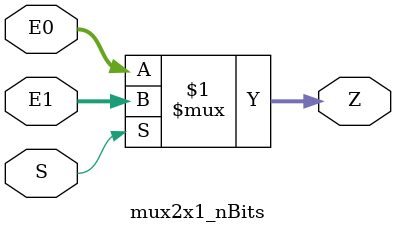
<source format=sv>
module mux2x1_nBits	#(parameter bits = 8)(input logic [bits-1:0] E0, E1,
														 input logic S,
														 output logic [bits-1:0] Z);


			assign Z = S ? E1 : E0;

endmodule

</source>
